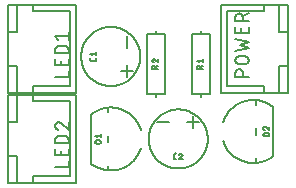
<source format=gbr>
G04 EAGLE Gerber RS-274X export*
G75*
%MOMM*%
%FSLAX34Y34*%
%LPD*%
%INSilkscreen Top*%
%IPPOS*%
%AMOC8*
5,1,8,0,0,1.08239X$1,22.5*%
G01*
%ADD10C,0.203200*%
%ADD11C,0.127000*%
%ADD12C,0.152400*%


D10*
X70250Y133350D02*
X70258Y133964D01*
X70280Y134577D01*
X70318Y135189D01*
X70370Y135800D01*
X70438Y136410D01*
X70521Y137018D01*
X70618Y137624D01*
X70730Y138227D01*
X70857Y138828D01*
X70999Y139425D01*
X71156Y140018D01*
X71326Y140607D01*
X71512Y141192D01*
X71711Y141772D01*
X71925Y142347D01*
X72153Y142917D01*
X72395Y143481D01*
X72650Y144039D01*
X72919Y144590D01*
X73202Y145135D01*
X73498Y145672D01*
X73807Y146203D01*
X74129Y146725D01*
X74463Y147239D01*
X74810Y147745D01*
X75170Y148242D01*
X75541Y148731D01*
X75925Y149210D01*
X76320Y149679D01*
X76726Y150139D01*
X77144Y150589D01*
X77572Y151028D01*
X78011Y151456D01*
X78461Y151874D01*
X78921Y152280D01*
X79390Y152675D01*
X79869Y153059D01*
X80358Y153430D01*
X80855Y153790D01*
X81361Y154137D01*
X81875Y154471D01*
X82397Y154793D01*
X82928Y155102D01*
X83465Y155398D01*
X84010Y155681D01*
X84561Y155950D01*
X85119Y156205D01*
X85683Y156447D01*
X86253Y156675D01*
X86828Y156889D01*
X87408Y157088D01*
X87993Y157274D01*
X88582Y157444D01*
X89175Y157601D01*
X89772Y157743D01*
X90373Y157870D01*
X90976Y157982D01*
X91582Y158079D01*
X92190Y158162D01*
X92800Y158230D01*
X93411Y158282D01*
X94023Y158320D01*
X94636Y158342D01*
X95250Y158350D01*
X95864Y158342D01*
X96477Y158320D01*
X97089Y158282D01*
X97700Y158230D01*
X98310Y158162D01*
X98918Y158079D01*
X99524Y157982D01*
X100127Y157870D01*
X100728Y157743D01*
X101325Y157601D01*
X101918Y157444D01*
X102507Y157274D01*
X103092Y157088D01*
X103672Y156889D01*
X104247Y156675D01*
X104817Y156447D01*
X105381Y156205D01*
X105939Y155950D01*
X106490Y155681D01*
X107035Y155398D01*
X107572Y155102D01*
X108103Y154793D01*
X108625Y154471D01*
X109139Y154137D01*
X109645Y153790D01*
X110142Y153430D01*
X110631Y153059D01*
X111110Y152675D01*
X111579Y152280D01*
X112039Y151874D01*
X112489Y151456D01*
X112928Y151028D01*
X113356Y150589D01*
X113774Y150139D01*
X114180Y149679D01*
X114575Y149210D01*
X114959Y148731D01*
X115330Y148242D01*
X115690Y147745D01*
X116037Y147239D01*
X116371Y146725D01*
X116693Y146203D01*
X117002Y145672D01*
X117298Y145135D01*
X117581Y144590D01*
X117850Y144039D01*
X118105Y143481D01*
X118347Y142917D01*
X118575Y142347D01*
X118789Y141772D01*
X118988Y141192D01*
X119174Y140607D01*
X119344Y140018D01*
X119501Y139425D01*
X119643Y138828D01*
X119770Y138227D01*
X119882Y137624D01*
X119979Y137018D01*
X120062Y136410D01*
X120130Y135800D01*
X120182Y135189D01*
X120220Y134577D01*
X120242Y133964D01*
X120250Y133350D01*
X120242Y132736D01*
X120220Y132123D01*
X120182Y131511D01*
X120130Y130900D01*
X120062Y130290D01*
X119979Y129682D01*
X119882Y129076D01*
X119770Y128473D01*
X119643Y127872D01*
X119501Y127275D01*
X119344Y126682D01*
X119174Y126093D01*
X118988Y125508D01*
X118789Y124928D01*
X118575Y124353D01*
X118347Y123783D01*
X118105Y123219D01*
X117850Y122661D01*
X117581Y122110D01*
X117298Y121565D01*
X117002Y121028D01*
X116693Y120497D01*
X116371Y119975D01*
X116037Y119461D01*
X115690Y118955D01*
X115330Y118458D01*
X114959Y117969D01*
X114575Y117490D01*
X114180Y117021D01*
X113774Y116561D01*
X113356Y116111D01*
X112928Y115672D01*
X112489Y115244D01*
X112039Y114826D01*
X111579Y114420D01*
X111110Y114025D01*
X110631Y113641D01*
X110142Y113270D01*
X109645Y112910D01*
X109139Y112563D01*
X108625Y112229D01*
X108103Y111907D01*
X107572Y111598D01*
X107035Y111302D01*
X106490Y111019D01*
X105939Y110750D01*
X105381Y110495D01*
X104817Y110253D01*
X104247Y110025D01*
X103672Y109811D01*
X103092Y109612D01*
X102507Y109426D01*
X101918Y109256D01*
X101325Y109099D01*
X100728Y108957D01*
X100127Y108830D01*
X99524Y108718D01*
X98918Y108621D01*
X98310Y108538D01*
X97700Y108470D01*
X97089Y108418D01*
X96477Y108380D01*
X95864Y108358D01*
X95250Y108350D01*
X94636Y108358D01*
X94023Y108380D01*
X93411Y108418D01*
X92800Y108470D01*
X92190Y108538D01*
X91582Y108621D01*
X90976Y108718D01*
X90373Y108830D01*
X89772Y108957D01*
X89175Y109099D01*
X88582Y109256D01*
X87993Y109426D01*
X87408Y109612D01*
X86828Y109811D01*
X86253Y110025D01*
X85683Y110253D01*
X85119Y110495D01*
X84561Y110750D01*
X84010Y111019D01*
X83465Y111302D01*
X82928Y111598D01*
X82397Y111907D01*
X81875Y112229D01*
X81361Y112563D01*
X80855Y112910D01*
X80358Y113270D01*
X79869Y113641D01*
X79390Y114025D01*
X78921Y114420D01*
X78461Y114826D01*
X78011Y115244D01*
X77572Y115672D01*
X77144Y116111D01*
X76726Y116561D01*
X76320Y117021D01*
X75925Y117490D01*
X75541Y117969D01*
X75170Y118458D01*
X74810Y118955D01*
X74463Y119461D01*
X74129Y119975D01*
X73807Y120497D01*
X73498Y121028D01*
X73202Y121565D01*
X72919Y122110D01*
X72650Y122661D01*
X72395Y123219D01*
X72153Y123783D01*
X71925Y124353D01*
X71711Y124928D01*
X71512Y125508D01*
X71326Y126093D01*
X71156Y126682D01*
X70999Y127275D01*
X70857Y127872D01*
X70730Y128473D01*
X70618Y129076D01*
X70521Y129682D01*
X70438Y130290D01*
X70370Y130900D01*
X70318Y131511D01*
X70280Y132123D01*
X70258Y132736D01*
X70250Y133350D01*
X109220Y140770D02*
X109220Y150930D01*
X109220Y125930D02*
X109220Y115770D01*
X114300Y120850D02*
X104140Y120850D01*
D11*
X82931Y130782D02*
X82931Y131854D01*
X82931Y130782D02*
X82929Y130717D01*
X82923Y130653D01*
X82913Y130589D01*
X82900Y130525D01*
X82882Y130463D01*
X82861Y130402D01*
X82837Y130342D01*
X82808Y130284D01*
X82776Y130227D01*
X82741Y130173D01*
X82703Y130121D01*
X82661Y130071D01*
X82617Y130024D01*
X82570Y129980D01*
X82520Y129938D01*
X82468Y129900D01*
X82414Y129865D01*
X82357Y129833D01*
X82299Y129804D01*
X82239Y129780D01*
X82178Y129759D01*
X82116Y129741D01*
X82052Y129728D01*
X81988Y129718D01*
X81924Y129712D01*
X81859Y129710D01*
X81859Y129709D02*
X79177Y129709D01*
X79112Y129711D01*
X79048Y129717D01*
X78984Y129727D01*
X78920Y129740D01*
X78858Y129758D01*
X78797Y129779D01*
X78737Y129804D01*
X78678Y129832D01*
X78622Y129864D01*
X78567Y129899D01*
X78515Y129937D01*
X78465Y129979D01*
X78418Y130023D01*
X78374Y130070D01*
X78332Y130120D01*
X78294Y130172D01*
X78259Y130227D01*
X78227Y130283D01*
X78199Y130342D01*
X78174Y130401D01*
X78153Y130463D01*
X78135Y130525D01*
X78122Y130589D01*
X78112Y130653D01*
X78106Y130717D01*
X78104Y130782D01*
X78105Y130782D02*
X78105Y131854D01*
X79177Y134310D02*
X78105Y135650D01*
X82931Y135650D01*
X82931Y134310D02*
X82931Y136991D01*
D10*
X127400Y63500D02*
X127408Y64114D01*
X127430Y64727D01*
X127468Y65339D01*
X127520Y65950D01*
X127588Y66560D01*
X127671Y67168D01*
X127768Y67774D01*
X127880Y68377D01*
X128007Y68978D01*
X128149Y69575D01*
X128306Y70168D01*
X128476Y70757D01*
X128662Y71342D01*
X128861Y71922D01*
X129075Y72497D01*
X129303Y73067D01*
X129545Y73631D01*
X129800Y74189D01*
X130069Y74740D01*
X130352Y75285D01*
X130648Y75822D01*
X130957Y76353D01*
X131279Y76875D01*
X131613Y77389D01*
X131960Y77895D01*
X132320Y78392D01*
X132691Y78881D01*
X133075Y79360D01*
X133470Y79829D01*
X133876Y80289D01*
X134294Y80739D01*
X134722Y81178D01*
X135161Y81606D01*
X135611Y82024D01*
X136071Y82430D01*
X136540Y82825D01*
X137019Y83209D01*
X137508Y83580D01*
X138005Y83940D01*
X138511Y84287D01*
X139025Y84621D01*
X139547Y84943D01*
X140078Y85252D01*
X140615Y85548D01*
X141160Y85831D01*
X141711Y86100D01*
X142269Y86355D01*
X142833Y86597D01*
X143403Y86825D01*
X143978Y87039D01*
X144558Y87238D01*
X145143Y87424D01*
X145732Y87594D01*
X146325Y87751D01*
X146922Y87893D01*
X147523Y88020D01*
X148126Y88132D01*
X148732Y88229D01*
X149340Y88312D01*
X149950Y88380D01*
X150561Y88432D01*
X151173Y88470D01*
X151786Y88492D01*
X152400Y88500D01*
X153014Y88492D01*
X153627Y88470D01*
X154239Y88432D01*
X154850Y88380D01*
X155460Y88312D01*
X156068Y88229D01*
X156674Y88132D01*
X157277Y88020D01*
X157878Y87893D01*
X158475Y87751D01*
X159068Y87594D01*
X159657Y87424D01*
X160242Y87238D01*
X160822Y87039D01*
X161397Y86825D01*
X161967Y86597D01*
X162531Y86355D01*
X163089Y86100D01*
X163640Y85831D01*
X164185Y85548D01*
X164722Y85252D01*
X165253Y84943D01*
X165775Y84621D01*
X166289Y84287D01*
X166795Y83940D01*
X167292Y83580D01*
X167781Y83209D01*
X168260Y82825D01*
X168729Y82430D01*
X169189Y82024D01*
X169639Y81606D01*
X170078Y81178D01*
X170506Y80739D01*
X170924Y80289D01*
X171330Y79829D01*
X171725Y79360D01*
X172109Y78881D01*
X172480Y78392D01*
X172840Y77895D01*
X173187Y77389D01*
X173521Y76875D01*
X173843Y76353D01*
X174152Y75822D01*
X174448Y75285D01*
X174731Y74740D01*
X175000Y74189D01*
X175255Y73631D01*
X175497Y73067D01*
X175725Y72497D01*
X175939Y71922D01*
X176138Y71342D01*
X176324Y70757D01*
X176494Y70168D01*
X176651Y69575D01*
X176793Y68978D01*
X176920Y68377D01*
X177032Y67774D01*
X177129Y67168D01*
X177212Y66560D01*
X177280Y65950D01*
X177332Y65339D01*
X177370Y64727D01*
X177392Y64114D01*
X177400Y63500D01*
X177392Y62886D01*
X177370Y62273D01*
X177332Y61661D01*
X177280Y61050D01*
X177212Y60440D01*
X177129Y59832D01*
X177032Y59226D01*
X176920Y58623D01*
X176793Y58022D01*
X176651Y57425D01*
X176494Y56832D01*
X176324Y56243D01*
X176138Y55658D01*
X175939Y55078D01*
X175725Y54503D01*
X175497Y53933D01*
X175255Y53369D01*
X175000Y52811D01*
X174731Y52260D01*
X174448Y51715D01*
X174152Y51178D01*
X173843Y50647D01*
X173521Y50125D01*
X173187Y49611D01*
X172840Y49105D01*
X172480Y48608D01*
X172109Y48119D01*
X171725Y47640D01*
X171330Y47171D01*
X170924Y46711D01*
X170506Y46261D01*
X170078Y45822D01*
X169639Y45394D01*
X169189Y44976D01*
X168729Y44570D01*
X168260Y44175D01*
X167781Y43791D01*
X167292Y43420D01*
X166795Y43060D01*
X166289Y42713D01*
X165775Y42379D01*
X165253Y42057D01*
X164722Y41748D01*
X164185Y41452D01*
X163640Y41169D01*
X163089Y40900D01*
X162531Y40645D01*
X161967Y40403D01*
X161397Y40175D01*
X160822Y39961D01*
X160242Y39762D01*
X159657Y39576D01*
X159068Y39406D01*
X158475Y39249D01*
X157878Y39107D01*
X157277Y38980D01*
X156674Y38868D01*
X156068Y38771D01*
X155460Y38688D01*
X154850Y38620D01*
X154239Y38568D01*
X153627Y38530D01*
X153014Y38508D01*
X152400Y38500D01*
X151786Y38508D01*
X151173Y38530D01*
X150561Y38568D01*
X149950Y38620D01*
X149340Y38688D01*
X148732Y38771D01*
X148126Y38868D01*
X147523Y38980D01*
X146922Y39107D01*
X146325Y39249D01*
X145732Y39406D01*
X145143Y39576D01*
X144558Y39762D01*
X143978Y39961D01*
X143403Y40175D01*
X142833Y40403D01*
X142269Y40645D01*
X141711Y40900D01*
X141160Y41169D01*
X140615Y41452D01*
X140078Y41748D01*
X139547Y42057D01*
X139025Y42379D01*
X138511Y42713D01*
X138005Y43060D01*
X137508Y43420D01*
X137019Y43791D01*
X136540Y44175D01*
X136071Y44570D01*
X135611Y44976D01*
X135161Y45394D01*
X134722Y45822D01*
X134294Y46261D01*
X133876Y46711D01*
X133470Y47171D01*
X133075Y47640D01*
X132691Y48119D01*
X132320Y48608D01*
X131960Y49105D01*
X131613Y49611D01*
X131279Y50125D01*
X130957Y50647D01*
X130648Y51178D01*
X130352Y51715D01*
X130069Y52260D01*
X129800Y52811D01*
X129545Y53369D01*
X129303Y53933D01*
X129075Y54503D01*
X128861Y55078D01*
X128662Y55658D01*
X128476Y56243D01*
X128306Y56832D01*
X128149Y57425D01*
X128007Y58022D01*
X127880Y58623D01*
X127768Y59226D01*
X127671Y59832D01*
X127588Y60440D01*
X127520Y61050D01*
X127468Y61661D01*
X127430Y62273D01*
X127408Y62886D01*
X127400Y63500D01*
X134820Y77470D02*
X144980Y77470D01*
X159820Y77470D02*
X169980Y77470D01*
X164900Y82550D02*
X164900Y72390D01*
D11*
X150904Y46355D02*
X149832Y46355D01*
X149767Y46357D01*
X149703Y46363D01*
X149639Y46373D01*
X149575Y46386D01*
X149513Y46404D01*
X149452Y46425D01*
X149392Y46449D01*
X149334Y46478D01*
X149277Y46510D01*
X149223Y46545D01*
X149171Y46583D01*
X149121Y46625D01*
X149074Y46669D01*
X149030Y46716D01*
X148988Y46766D01*
X148950Y46818D01*
X148915Y46872D01*
X148883Y46929D01*
X148854Y46987D01*
X148830Y47047D01*
X148809Y47108D01*
X148791Y47170D01*
X148778Y47234D01*
X148768Y47298D01*
X148762Y47362D01*
X148760Y47427D01*
X148759Y47427D02*
X148759Y50109D01*
X148760Y50109D02*
X148762Y50174D01*
X148768Y50238D01*
X148778Y50302D01*
X148791Y50366D01*
X148809Y50428D01*
X148830Y50489D01*
X148854Y50549D01*
X148883Y50607D01*
X148915Y50664D01*
X148950Y50718D01*
X148988Y50770D01*
X149030Y50820D01*
X149074Y50867D01*
X149121Y50911D01*
X149171Y50953D01*
X149223Y50991D01*
X149277Y51026D01*
X149334Y51058D01*
X149392Y51087D01*
X149452Y51111D01*
X149513Y51132D01*
X149575Y51150D01*
X149639Y51163D01*
X149703Y51173D01*
X149767Y51179D01*
X149832Y51181D01*
X150904Y51181D01*
X154834Y51181D02*
X154902Y51179D01*
X154969Y51173D01*
X155036Y51164D01*
X155103Y51151D01*
X155168Y51134D01*
X155233Y51113D01*
X155296Y51089D01*
X155358Y51061D01*
X155418Y51030D01*
X155476Y50996D01*
X155532Y50958D01*
X155587Y50918D01*
X155638Y50874D01*
X155687Y50827D01*
X155734Y50778D01*
X155778Y50727D01*
X155818Y50672D01*
X155856Y50616D01*
X155890Y50558D01*
X155921Y50498D01*
X155949Y50436D01*
X155973Y50373D01*
X155994Y50308D01*
X156011Y50243D01*
X156024Y50176D01*
X156033Y50109D01*
X156039Y50042D01*
X156041Y49974D01*
X154834Y51181D02*
X154756Y51179D01*
X154678Y51173D01*
X154601Y51163D01*
X154524Y51150D01*
X154448Y51132D01*
X154373Y51111D01*
X154299Y51086D01*
X154227Y51057D01*
X154156Y51025D01*
X154087Y50989D01*
X154019Y50950D01*
X153954Y50907D01*
X153891Y50861D01*
X153830Y50812D01*
X153772Y50760D01*
X153717Y50705D01*
X153664Y50648D01*
X153615Y50588D01*
X153568Y50525D01*
X153525Y50461D01*
X153485Y50394D01*
X153448Y50325D01*
X153415Y50254D01*
X153385Y50182D01*
X153359Y50109D01*
X155639Y49036D02*
X155688Y49085D01*
X155735Y49137D01*
X155778Y49192D01*
X155819Y49249D01*
X155857Y49308D01*
X155891Y49369D01*
X155922Y49432D01*
X155950Y49496D01*
X155974Y49562D01*
X155994Y49628D01*
X156011Y49696D01*
X156024Y49765D01*
X156033Y49834D01*
X156039Y49904D01*
X156041Y49974D01*
X155639Y49036D02*
X153360Y46355D01*
X156041Y46355D01*
D10*
X120735Y71363D02*
X120537Y71978D01*
X120324Y72589D01*
X120096Y73194D01*
X119854Y73793D01*
X119597Y74386D01*
X119326Y74973D01*
X119041Y75553D01*
X118742Y76126D01*
X118429Y76692D01*
X118102Y77250D01*
X117763Y77799D01*
X117409Y78341D01*
X117043Y78874D01*
X116664Y79397D01*
X116273Y79912D01*
X115869Y80416D01*
X115453Y80911D01*
X115025Y81395D01*
X114585Y81869D01*
X114134Y82333D01*
X113672Y82785D01*
X113200Y83226D01*
X112716Y83655D01*
X112223Y84072D01*
X111719Y84478D01*
X111206Y84871D01*
X110683Y85251D01*
X110152Y85619D01*
X109611Y85973D01*
X109062Y86315D01*
X108505Y86643D01*
X107940Y86957D01*
X107368Y87258D01*
X106789Y87545D01*
X106203Y87817D01*
X105610Y88075D01*
X105012Y88319D01*
X104407Y88549D01*
X103797Y88763D01*
X103183Y88963D01*
X102563Y89148D01*
X101939Y89317D01*
X101312Y89472D01*
X100681Y89611D01*
X100046Y89735D01*
X99409Y89844D01*
X98769Y89937D01*
X98127Y90014D01*
X97484Y90076D01*
X96839Y90123D01*
X96194Y90153D01*
X95547Y90168D01*
X94901Y90168D01*
X94255Y90151D01*
X93609Y90119D01*
X92964Y90072D01*
X92321Y90009D01*
X91680Y89930D01*
X91040Y89836D01*
X90403Y89726D01*
X89769Y89601D01*
X89138Y89460D01*
X88511Y89304D01*
X87887Y89134D01*
X87268Y88948D01*
X86654Y88747D01*
X86044Y88531D01*
X85440Y88300D01*
X84842Y88055D01*
X84250Y87796D01*
X83665Y87522D01*
X83086Y87234D01*
X82514Y86933D01*
X81950Y86617D01*
X81394Y86288D01*
X80845Y85945D01*
X80306Y85590D01*
X79775Y85221D01*
X79253Y84840D01*
X78740Y84446D01*
X78740Y42555D02*
X79252Y42161D01*
X79774Y41779D01*
X80305Y41411D01*
X80845Y41055D01*
X81393Y40712D01*
X81950Y40383D01*
X82514Y40068D01*
X83085Y39766D01*
X83664Y39478D01*
X84250Y39204D01*
X84842Y38945D01*
X85440Y38700D01*
X86044Y38469D01*
X86653Y38254D01*
X87268Y38053D01*
X87887Y37867D01*
X88510Y37696D01*
X89137Y37540D01*
X89768Y37399D01*
X90403Y37274D01*
X91040Y37164D01*
X91679Y37070D01*
X92321Y36991D01*
X92964Y36928D01*
X93609Y36881D01*
X94254Y36849D01*
X94901Y36832D01*
X95547Y36832D01*
X96193Y36847D01*
X96839Y36877D01*
X97484Y36924D01*
X98127Y36986D01*
X98769Y37063D01*
X99409Y37156D01*
X100046Y37265D01*
X100680Y37389D01*
X101311Y37528D01*
X101939Y37682D01*
X102563Y37852D01*
X103182Y38037D01*
X103797Y38237D01*
X104407Y38451D01*
X105011Y38681D01*
X105610Y38924D01*
X106202Y39183D01*
X106789Y39455D01*
X107368Y39742D01*
X107940Y40043D01*
X108505Y40357D01*
X109062Y40685D01*
X109611Y41027D01*
X110151Y41381D01*
X110683Y41749D01*
X111206Y42129D01*
X111719Y42522D01*
X112222Y42928D01*
X112716Y43345D01*
X113199Y43774D01*
X113672Y44215D01*
X114134Y44667D01*
X114585Y45130D01*
X115025Y45604D01*
X115452Y46089D01*
X115868Y46584D01*
X116272Y47088D01*
X116664Y47603D01*
X117043Y48126D01*
X117409Y48659D01*
X117762Y49200D01*
X118102Y49750D01*
X118429Y50308D01*
X118742Y50874D01*
X119041Y51447D01*
X119326Y52027D01*
X119597Y52614D01*
X119854Y53207D01*
X120096Y53806D01*
X120324Y54411D01*
X120536Y55022D01*
X120735Y55637D01*
X78740Y42555D02*
X78740Y84445D01*
X92710Y86037D02*
X92710Y90049D01*
X92710Y66363D02*
X92710Y60637D01*
X92710Y40963D02*
X92710Y36951D01*
D11*
X85654Y59613D02*
X83510Y59613D01*
X83439Y59615D01*
X83367Y59621D01*
X83297Y59630D01*
X83227Y59643D01*
X83157Y59660D01*
X83089Y59681D01*
X83022Y59705D01*
X82956Y59733D01*
X82892Y59764D01*
X82829Y59799D01*
X82769Y59837D01*
X82710Y59878D01*
X82654Y59922D01*
X82600Y59969D01*
X82549Y60018D01*
X82501Y60071D01*
X82455Y60126D01*
X82413Y60183D01*
X82373Y60243D01*
X82337Y60304D01*
X82304Y60368D01*
X82275Y60433D01*
X82249Y60499D01*
X82226Y60567D01*
X82207Y60636D01*
X82192Y60706D01*
X82181Y60776D01*
X82173Y60847D01*
X82169Y60918D01*
X82169Y60990D01*
X82173Y61061D01*
X82181Y61132D01*
X82192Y61202D01*
X82207Y61272D01*
X82226Y61341D01*
X82249Y61409D01*
X82275Y61475D01*
X82304Y61540D01*
X82337Y61604D01*
X82373Y61665D01*
X82413Y61725D01*
X82455Y61782D01*
X82501Y61837D01*
X82549Y61890D01*
X82600Y61939D01*
X82654Y61986D01*
X82710Y62030D01*
X82769Y62071D01*
X82829Y62109D01*
X82892Y62144D01*
X82956Y62175D01*
X83022Y62203D01*
X83089Y62227D01*
X83157Y62248D01*
X83227Y62265D01*
X83297Y62278D01*
X83367Y62287D01*
X83439Y62293D01*
X83510Y62295D01*
X83510Y62294D02*
X85654Y62294D01*
X85654Y62295D02*
X85725Y62293D01*
X85797Y62287D01*
X85867Y62278D01*
X85937Y62265D01*
X86007Y62248D01*
X86075Y62227D01*
X86142Y62203D01*
X86208Y62175D01*
X86272Y62144D01*
X86335Y62109D01*
X86395Y62071D01*
X86454Y62030D01*
X86510Y61986D01*
X86564Y61939D01*
X86615Y61890D01*
X86663Y61837D01*
X86709Y61782D01*
X86751Y61725D01*
X86791Y61665D01*
X86827Y61604D01*
X86860Y61540D01*
X86889Y61475D01*
X86915Y61409D01*
X86938Y61341D01*
X86957Y61272D01*
X86972Y61202D01*
X86983Y61132D01*
X86991Y61061D01*
X86995Y60990D01*
X86995Y60918D01*
X86991Y60847D01*
X86983Y60776D01*
X86972Y60706D01*
X86957Y60636D01*
X86938Y60567D01*
X86915Y60499D01*
X86889Y60433D01*
X86860Y60368D01*
X86827Y60304D01*
X86791Y60243D01*
X86751Y60183D01*
X86709Y60126D01*
X86663Y60071D01*
X86615Y60018D01*
X86564Y59969D01*
X86510Y59922D01*
X86454Y59878D01*
X86395Y59837D01*
X86335Y59799D01*
X86272Y59764D01*
X86208Y59733D01*
X86142Y59705D01*
X86075Y59681D01*
X86007Y59660D01*
X85937Y59643D01*
X85867Y59630D01*
X85797Y59621D01*
X85725Y59615D01*
X85654Y59613D01*
X85923Y61758D02*
X86995Y62831D01*
X83241Y64706D02*
X82169Y66046D01*
X86995Y66046D01*
X86995Y64706D02*
X86995Y67387D01*
D10*
X190415Y61987D02*
X190613Y61372D01*
X190826Y60761D01*
X191054Y60156D01*
X191296Y59557D01*
X191553Y58964D01*
X191824Y58377D01*
X192109Y57797D01*
X192408Y57224D01*
X192721Y56658D01*
X193048Y56100D01*
X193387Y55551D01*
X193741Y55009D01*
X194107Y54476D01*
X194486Y53953D01*
X194877Y53438D01*
X195281Y52934D01*
X195697Y52439D01*
X196125Y51955D01*
X196565Y51481D01*
X197016Y51017D01*
X197478Y50565D01*
X197950Y50124D01*
X198434Y49695D01*
X198927Y49278D01*
X199431Y48872D01*
X199944Y48479D01*
X200467Y48099D01*
X200998Y47731D01*
X201539Y47377D01*
X202088Y47035D01*
X202645Y46707D01*
X203210Y46393D01*
X203782Y46092D01*
X204361Y45805D01*
X204947Y45533D01*
X205540Y45275D01*
X206138Y45031D01*
X206743Y44801D01*
X207353Y44587D01*
X207967Y44387D01*
X208587Y44202D01*
X209211Y44033D01*
X209838Y43878D01*
X210469Y43739D01*
X211104Y43615D01*
X211741Y43506D01*
X212381Y43413D01*
X213023Y43336D01*
X213666Y43274D01*
X214311Y43227D01*
X214956Y43197D01*
X215603Y43182D01*
X216249Y43182D01*
X216895Y43199D01*
X217541Y43231D01*
X218186Y43278D01*
X218829Y43341D01*
X219470Y43420D01*
X220110Y43514D01*
X220747Y43624D01*
X221381Y43749D01*
X222012Y43890D01*
X222639Y44046D01*
X223263Y44216D01*
X223882Y44402D01*
X224496Y44603D01*
X225106Y44819D01*
X225710Y45050D01*
X226308Y45295D01*
X226900Y45554D01*
X227485Y45828D01*
X228064Y46116D01*
X228636Y46417D01*
X229200Y46733D01*
X229756Y47062D01*
X230305Y47405D01*
X230844Y47760D01*
X231375Y48129D01*
X231897Y48510D01*
X232410Y48904D01*
X232410Y90795D02*
X231898Y91189D01*
X231376Y91571D01*
X230845Y91939D01*
X230305Y92295D01*
X229757Y92638D01*
X229200Y92967D01*
X228636Y93282D01*
X228065Y93584D01*
X227486Y93872D01*
X226900Y94146D01*
X226308Y94405D01*
X225710Y94650D01*
X225106Y94881D01*
X224497Y95096D01*
X223882Y95297D01*
X223263Y95483D01*
X222640Y95654D01*
X222013Y95810D01*
X221382Y95951D01*
X220747Y96076D01*
X220110Y96186D01*
X219471Y96280D01*
X218829Y96359D01*
X218186Y96422D01*
X217541Y96469D01*
X216896Y96501D01*
X216249Y96518D01*
X215603Y96518D01*
X214957Y96503D01*
X214311Y96473D01*
X213666Y96426D01*
X213023Y96364D01*
X212381Y96287D01*
X211741Y96194D01*
X211104Y96085D01*
X210470Y95961D01*
X209839Y95822D01*
X209211Y95668D01*
X208587Y95498D01*
X207968Y95313D01*
X207353Y95113D01*
X206743Y94899D01*
X206139Y94669D01*
X205540Y94426D01*
X204948Y94167D01*
X204361Y93895D01*
X203782Y93608D01*
X203210Y93307D01*
X202645Y92993D01*
X202088Y92665D01*
X201539Y92323D01*
X200999Y91969D01*
X200467Y91601D01*
X199944Y91221D01*
X199431Y90828D01*
X198928Y90422D01*
X198434Y90005D01*
X197951Y89576D01*
X197478Y89135D01*
X197016Y88683D01*
X196565Y88220D01*
X196125Y87746D01*
X195698Y87261D01*
X195282Y86766D01*
X194878Y86262D01*
X194486Y85747D01*
X194107Y85224D01*
X193741Y84691D01*
X193388Y84150D01*
X193048Y83600D01*
X192721Y83042D01*
X192408Y82476D01*
X192109Y81903D01*
X191824Y81323D01*
X191553Y80736D01*
X191296Y80143D01*
X191054Y79544D01*
X190826Y78939D01*
X190614Y78328D01*
X190415Y77713D01*
X232410Y90795D02*
X232410Y48905D01*
X218440Y47313D02*
X218440Y43301D01*
X218440Y66987D02*
X218440Y72713D01*
X218440Y92387D02*
X218440Y96399D01*
D11*
X225750Y65963D02*
X227894Y65963D01*
X225750Y65963D02*
X225679Y65965D01*
X225607Y65971D01*
X225537Y65980D01*
X225467Y65993D01*
X225397Y66010D01*
X225329Y66031D01*
X225262Y66055D01*
X225196Y66083D01*
X225132Y66114D01*
X225069Y66149D01*
X225009Y66187D01*
X224950Y66228D01*
X224894Y66272D01*
X224840Y66319D01*
X224789Y66368D01*
X224741Y66421D01*
X224695Y66476D01*
X224653Y66533D01*
X224613Y66593D01*
X224577Y66654D01*
X224544Y66718D01*
X224515Y66783D01*
X224489Y66849D01*
X224466Y66917D01*
X224447Y66986D01*
X224432Y67056D01*
X224421Y67126D01*
X224413Y67197D01*
X224409Y67268D01*
X224409Y67340D01*
X224413Y67411D01*
X224421Y67482D01*
X224432Y67552D01*
X224447Y67622D01*
X224466Y67691D01*
X224489Y67759D01*
X224515Y67825D01*
X224544Y67890D01*
X224577Y67954D01*
X224613Y68015D01*
X224653Y68075D01*
X224695Y68132D01*
X224741Y68187D01*
X224789Y68240D01*
X224840Y68289D01*
X224894Y68336D01*
X224950Y68380D01*
X225009Y68421D01*
X225069Y68459D01*
X225132Y68494D01*
X225196Y68525D01*
X225262Y68553D01*
X225329Y68577D01*
X225397Y68598D01*
X225467Y68615D01*
X225537Y68628D01*
X225607Y68637D01*
X225679Y68643D01*
X225750Y68645D01*
X225750Y68644D02*
X227894Y68644D01*
X227894Y68645D02*
X227965Y68643D01*
X228037Y68637D01*
X228107Y68628D01*
X228177Y68615D01*
X228247Y68598D01*
X228315Y68577D01*
X228382Y68553D01*
X228448Y68525D01*
X228512Y68494D01*
X228575Y68459D01*
X228635Y68421D01*
X228694Y68380D01*
X228750Y68336D01*
X228804Y68289D01*
X228855Y68240D01*
X228903Y68187D01*
X228949Y68132D01*
X228991Y68075D01*
X229031Y68015D01*
X229067Y67954D01*
X229100Y67890D01*
X229129Y67825D01*
X229155Y67759D01*
X229178Y67691D01*
X229197Y67622D01*
X229212Y67552D01*
X229223Y67482D01*
X229231Y67411D01*
X229235Y67340D01*
X229235Y67268D01*
X229231Y67197D01*
X229223Y67126D01*
X229212Y67056D01*
X229197Y66986D01*
X229178Y66917D01*
X229155Y66849D01*
X229129Y66783D01*
X229100Y66718D01*
X229067Y66654D01*
X229031Y66593D01*
X228991Y66533D01*
X228949Y66476D01*
X228903Y66421D01*
X228855Y66368D01*
X228804Y66319D01*
X228750Y66272D01*
X228694Y66228D01*
X228635Y66187D01*
X228575Y66149D01*
X228512Y66114D01*
X228448Y66083D01*
X228382Y66055D01*
X228315Y66031D01*
X228247Y66010D01*
X228177Y65993D01*
X228107Y65980D01*
X228037Y65971D01*
X227965Y65965D01*
X227894Y65963D01*
X228163Y68108D02*
X229235Y69181D01*
X225616Y73737D02*
X225548Y73735D01*
X225481Y73729D01*
X225414Y73720D01*
X225347Y73707D01*
X225282Y73690D01*
X225217Y73669D01*
X225154Y73645D01*
X225092Y73617D01*
X225032Y73586D01*
X224974Y73552D01*
X224918Y73514D01*
X224863Y73474D01*
X224812Y73430D01*
X224763Y73383D01*
X224716Y73334D01*
X224672Y73283D01*
X224632Y73228D01*
X224594Y73172D01*
X224560Y73114D01*
X224529Y73054D01*
X224501Y72992D01*
X224477Y72929D01*
X224456Y72864D01*
X224439Y72799D01*
X224426Y72732D01*
X224417Y72665D01*
X224411Y72598D01*
X224409Y72530D01*
X224411Y72452D01*
X224417Y72374D01*
X224427Y72297D01*
X224440Y72220D01*
X224458Y72144D01*
X224479Y72069D01*
X224504Y71995D01*
X224533Y71923D01*
X224565Y71852D01*
X224601Y71783D01*
X224640Y71715D01*
X224683Y71650D01*
X224729Y71587D01*
X224778Y71526D01*
X224830Y71468D01*
X224885Y71413D01*
X224942Y71360D01*
X225002Y71311D01*
X225065Y71264D01*
X225130Y71221D01*
X225196Y71181D01*
X225265Y71144D01*
X225336Y71111D01*
X225408Y71081D01*
X225482Y71055D01*
X226554Y73335D02*
X226505Y73384D01*
X226453Y73431D01*
X226398Y73474D01*
X226341Y73515D01*
X226282Y73553D01*
X226221Y73587D01*
X226158Y73618D01*
X226094Y73646D01*
X226028Y73670D01*
X225962Y73690D01*
X225894Y73707D01*
X225825Y73720D01*
X225756Y73729D01*
X225686Y73735D01*
X225616Y73737D01*
X226554Y73335D02*
X229235Y71056D01*
X229235Y73737D01*
D10*
X163830Y101600D02*
X163830Y152400D01*
X171450Y152400D01*
X179070Y152400D01*
X179070Y101600D01*
X171450Y101600D01*
X163830Y101600D01*
X171450Y152400D02*
X171450Y154940D01*
X171450Y101600D02*
X171450Y99060D01*
D11*
X173355Y122948D02*
X168529Y122948D01*
X168529Y124289D01*
X168531Y124360D01*
X168537Y124432D01*
X168546Y124502D01*
X168559Y124572D01*
X168576Y124642D01*
X168597Y124710D01*
X168621Y124777D01*
X168649Y124843D01*
X168680Y124907D01*
X168715Y124970D01*
X168753Y125030D01*
X168794Y125089D01*
X168838Y125145D01*
X168885Y125199D01*
X168934Y125250D01*
X168987Y125298D01*
X169042Y125344D01*
X169099Y125386D01*
X169159Y125426D01*
X169220Y125462D01*
X169284Y125495D01*
X169349Y125524D01*
X169415Y125550D01*
X169483Y125573D01*
X169552Y125592D01*
X169622Y125607D01*
X169692Y125618D01*
X169763Y125626D01*
X169834Y125630D01*
X169906Y125630D01*
X169977Y125626D01*
X170048Y125618D01*
X170118Y125607D01*
X170188Y125592D01*
X170257Y125573D01*
X170325Y125550D01*
X170391Y125524D01*
X170456Y125495D01*
X170520Y125462D01*
X170581Y125426D01*
X170641Y125386D01*
X170698Y125344D01*
X170753Y125298D01*
X170806Y125250D01*
X170855Y125199D01*
X170902Y125145D01*
X170946Y125089D01*
X170987Y125030D01*
X171025Y124970D01*
X171060Y124907D01*
X171091Y124843D01*
X171119Y124777D01*
X171143Y124710D01*
X171164Y124642D01*
X171181Y124572D01*
X171194Y124502D01*
X171203Y124432D01*
X171209Y124360D01*
X171211Y124289D01*
X171210Y124289D02*
X171210Y122948D01*
X171210Y124557D02*
X173355Y125629D01*
X169601Y128371D02*
X168529Y129711D01*
X173355Y129711D01*
X173355Y128371D02*
X173355Y131052D01*
D10*
X125730Y152400D02*
X125730Y101600D01*
X125730Y152400D02*
X133350Y152400D01*
X140970Y152400D01*
X140970Y101600D01*
X133350Y101600D01*
X125730Y101600D01*
X133350Y152400D02*
X133350Y154940D01*
X133350Y101600D02*
X133350Y99060D01*
D11*
X135255Y122948D02*
X130429Y122948D01*
X130429Y124289D01*
X130431Y124360D01*
X130437Y124432D01*
X130446Y124502D01*
X130459Y124572D01*
X130476Y124642D01*
X130497Y124710D01*
X130521Y124777D01*
X130549Y124843D01*
X130580Y124907D01*
X130615Y124970D01*
X130653Y125030D01*
X130694Y125089D01*
X130738Y125145D01*
X130785Y125199D01*
X130834Y125250D01*
X130887Y125298D01*
X130942Y125344D01*
X130999Y125386D01*
X131059Y125426D01*
X131120Y125462D01*
X131184Y125495D01*
X131249Y125524D01*
X131315Y125550D01*
X131383Y125573D01*
X131452Y125592D01*
X131522Y125607D01*
X131592Y125618D01*
X131663Y125626D01*
X131734Y125630D01*
X131806Y125630D01*
X131877Y125626D01*
X131948Y125618D01*
X132018Y125607D01*
X132088Y125592D01*
X132157Y125573D01*
X132225Y125550D01*
X132291Y125524D01*
X132356Y125495D01*
X132420Y125462D01*
X132481Y125426D01*
X132541Y125386D01*
X132598Y125344D01*
X132653Y125298D01*
X132706Y125250D01*
X132755Y125199D01*
X132802Y125145D01*
X132846Y125089D01*
X132887Y125030D01*
X132925Y124970D01*
X132960Y124907D01*
X132991Y124843D01*
X133019Y124777D01*
X133043Y124710D01*
X133064Y124642D01*
X133081Y124572D01*
X133094Y124502D01*
X133103Y124432D01*
X133109Y124360D01*
X133111Y124289D01*
X133110Y124289D02*
X133110Y122948D01*
X133110Y124557D02*
X135255Y125629D01*
X130429Y129845D02*
X130431Y129913D01*
X130437Y129980D01*
X130446Y130047D01*
X130459Y130114D01*
X130476Y130179D01*
X130497Y130244D01*
X130521Y130307D01*
X130549Y130369D01*
X130580Y130429D01*
X130614Y130487D01*
X130652Y130543D01*
X130692Y130598D01*
X130736Y130649D01*
X130783Y130698D01*
X130832Y130745D01*
X130883Y130789D01*
X130938Y130829D01*
X130994Y130867D01*
X131052Y130901D01*
X131112Y130932D01*
X131174Y130960D01*
X131237Y130984D01*
X131302Y131005D01*
X131367Y131022D01*
X131434Y131035D01*
X131501Y131044D01*
X131568Y131050D01*
X131636Y131052D01*
X130429Y129845D02*
X130431Y129767D01*
X130437Y129689D01*
X130447Y129612D01*
X130460Y129535D01*
X130478Y129459D01*
X130499Y129384D01*
X130524Y129310D01*
X130553Y129238D01*
X130585Y129167D01*
X130621Y129098D01*
X130660Y129030D01*
X130703Y128965D01*
X130749Y128902D01*
X130798Y128841D01*
X130850Y128783D01*
X130905Y128728D01*
X130962Y128675D01*
X131022Y128626D01*
X131085Y128579D01*
X131150Y128536D01*
X131216Y128496D01*
X131285Y128459D01*
X131356Y128426D01*
X131428Y128396D01*
X131502Y128370D01*
X132574Y130650D02*
X132525Y130699D01*
X132473Y130746D01*
X132418Y130789D01*
X132361Y130830D01*
X132302Y130868D01*
X132241Y130902D01*
X132178Y130933D01*
X132114Y130961D01*
X132048Y130985D01*
X131982Y131005D01*
X131914Y131022D01*
X131845Y131035D01*
X131776Y131044D01*
X131706Y131050D01*
X131636Y131052D01*
X132574Y130650D02*
X135255Y128371D01*
X135255Y131052D01*
D12*
X16250Y102700D02*
X8250Y102700D01*
X16250Y102700D02*
X29250Y102700D01*
X65750Y102700D01*
X8250Y102700D02*
X8250Y125000D01*
X8250Y154400D01*
X8250Y176700D01*
X65750Y176700D02*
X65750Y102700D01*
X16250Y176700D02*
X8250Y176700D01*
X16250Y176700D02*
X29250Y176700D01*
X65750Y176700D01*
X29250Y107950D02*
X29250Y102700D01*
X29250Y107950D02*
X60500Y107950D01*
X60500Y171450D01*
X29250Y171450D01*
X29250Y176700D01*
X16250Y125000D02*
X16250Y102700D01*
X16250Y125000D02*
X8250Y125000D01*
X8250Y154400D02*
X16250Y154400D01*
X16250Y176700D01*
D11*
X48185Y116035D02*
X59615Y116035D01*
X59615Y121115D01*
X59615Y125941D02*
X59615Y131021D01*
X59615Y125941D02*
X48185Y125941D01*
X48185Y131021D01*
X53265Y129751D02*
X53265Y125941D01*
X48185Y135822D02*
X59615Y135822D01*
X48185Y135822D02*
X48185Y138997D01*
X48187Y139108D01*
X48193Y139218D01*
X48202Y139329D01*
X48216Y139439D01*
X48233Y139548D01*
X48254Y139657D01*
X48279Y139765D01*
X48308Y139872D01*
X48340Y139978D01*
X48376Y140083D01*
X48416Y140186D01*
X48459Y140288D01*
X48506Y140389D01*
X48557Y140488D01*
X48610Y140585D01*
X48667Y140679D01*
X48728Y140772D01*
X48791Y140863D01*
X48858Y140952D01*
X48928Y141038D01*
X49001Y141121D01*
X49076Y141203D01*
X49154Y141281D01*
X49236Y141356D01*
X49319Y141429D01*
X49405Y141499D01*
X49494Y141566D01*
X49585Y141629D01*
X49678Y141690D01*
X49773Y141747D01*
X49869Y141800D01*
X49968Y141851D01*
X50069Y141898D01*
X50171Y141941D01*
X50274Y141981D01*
X50379Y142017D01*
X50485Y142049D01*
X50592Y142078D01*
X50700Y142103D01*
X50809Y142124D01*
X50918Y142141D01*
X51028Y142155D01*
X51139Y142164D01*
X51249Y142170D01*
X51360Y142172D01*
X56440Y142172D01*
X56551Y142170D01*
X56661Y142164D01*
X56772Y142155D01*
X56882Y142141D01*
X56991Y142124D01*
X57100Y142103D01*
X57208Y142078D01*
X57315Y142049D01*
X57421Y142017D01*
X57526Y141981D01*
X57629Y141941D01*
X57731Y141898D01*
X57832Y141851D01*
X57931Y141800D01*
X58028Y141747D01*
X58122Y141690D01*
X58215Y141629D01*
X58306Y141566D01*
X58395Y141499D01*
X58481Y141429D01*
X58564Y141356D01*
X58646Y141281D01*
X58724Y141203D01*
X58799Y141121D01*
X58872Y141038D01*
X58942Y140952D01*
X59009Y140863D01*
X59072Y140772D01*
X59133Y140679D01*
X59190Y140585D01*
X59243Y140488D01*
X59294Y140389D01*
X59341Y140288D01*
X59384Y140186D01*
X59424Y140083D01*
X59460Y139978D01*
X59492Y139872D01*
X59521Y139765D01*
X59546Y139657D01*
X59567Y139548D01*
X59584Y139439D01*
X59598Y139329D01*
X59607Y139218D01*
X59613Y139108D01*
X59615Y138997D01*
X59615Y135822D01*
X50725Y147633D02*
X48185Y150808D01*
X59615Y150808D01*
X59615Y147633D02*
X59615Y153983D01*
D12*
X16250Y26500D02*
X8250Y26500D01*
X16250Y26500D02*
X29250Y26500D01*
X65750Y26500D01*
X8250Y26500D02*
X8250Y48800D01*
X8250Y78200D01*
X8250Y100500D01*
X65750Y100500D02*
X65750Y26500D01*
X16250Y100500D02*
X8250Y100500D01*
X16250Y100500D02*
X29250Y100500D01*
X65750Y100500D01*
X29250Y31750D02*
X29250Y26500D01*
X29250Y31750D02*
X60500Y31750D01*
X60500Y95250D01*
X29250Y95250D01*
X29250Y100500D01*
X16250Y48800D02*
X16250Y26500D01*
X16250Y48800D02*
X8250Y48800D01*
X8250Y78200D02*
X16250Y78200D01*
X16250Y100500D01*
D11*
X48185Y39835D02*
X59615Y39835D01*
X59615Y44915D01*
X59615Y49741D02*
X59615Y54821D01*
X59615Y49741D02*
X48185Y49741D01*
X48185Y54821D01*
X53265Y53551D02*
X53265Y49741D01*
X48185Y59622D02*
X59615Y59622D01*
X48185Y59622D02*
X48185Y62797D01*
X48187Y62908D01*
X48193Y63018D01*
X48202Y63129D01*
X48216Y63239D01*
X48233Y63348D01*
X48254Y63457D01*
X48279Y63565D01*
X48308Y63672D01*
X48340Y63778D01*
X48376Y63883D01*
X48416Y63986D01*
X48459Y64088D01*
X48506Y64189D01*
X48557Y64288D01*
X48610Y64384D01*
X48667Y64479D01*
X48728Y64572D01*
X48791Y64663D01*
X48858Y64752D01*
X48928Y64838D01*
X49001Y64921D01*
X49076Y65003D01*
X49154Y65081D01*
X49236Y65156D01*
X49319Y65229D01*
X49405Y65299D01*
X49494Y65366D01*
X49585Y65429D01*
X49678Y65490D01*
X49773Y65547D01*
X49869Y65600D01*
X49968Y65651D01*
X50069Y65698D01*
X50171Y65741D01*
X50274Y65781D01*
X50379Y65817D01*
X50485Y65849D01*
X50592Y65878D01*
X50700Y65903D01*
X50809Y65924D01*
X50918Y65941D01*
X51028Y65955D01*
X51139Y65964D01*
X51249Y65970D01*
X51360Y65972D01*
X56440Y65972D01*
X56551Y65970D01*
X56661Y65964D01*
X56772Y65955D01*
X56882Y65941D01*
X56991Y65924D01*
X57100Y65903D01*
X57208Y65878D01*
X57315Y65849D01*
X57421Y65817D01*
X57526Y65781D01*
X57629Y65741D01*
X57731Y65698D01*
X57832Y65651D01*
X57931Y65600D01*
X58028Y65547D01*
X58122Y65490D01*
X58215Y65429D01*
X58306Y65366D01*
X58395Y65299D01*
X58481Y65229D01*
X58564Y65156D01*
X58646Y65081D01*
X58724Y65003D01*
X58799Y64921D01*
X58872Y64838D01*
X58942Y64752D01*
X59009Y64663D01*
X59072Y64572D01*
X59133Y64479D01*
X59190Y64385D01*
X59243Y64288D01*
X59294Y64189D01*
X59341Y64088D01*
X59384Y63986D01*
X59424Y63883D01*
X59460Y63778D01*
X59492Y63672D01*
X59521Y63565D01*
X59546Y63457D01*
X59567Y63348D01*
X59584Y63239D01*
X59598Y63129D01*
X59607Y63018D01*
X59613Y62908D01*
X59615Y62797D01*
X59615Y59622D01*
X48185Y74925D02*
X48187Y75029D01*
X48193Y75134D01*
X48202Y75238D01*
X48215Y75341D01*
X48233Y75444D01*
X48253Y75546D01*
X48278Y75648D01*
X48306Y75748D01*
X48338Y75848D01*
X48374Y75946D01*
X48413Y76043D01*
X48455Y76138D01*
X48501Y76232D01*
X48551Y76324D01*
X48603Y76414D01*
X48659Y76502D01*
X48719Y76588D01*
X48781Y76672D01*
X48846Y76753D01*
X48914Y76832D01*
X48986Y76909D01*
X49059Y76982D01*
X49136Y77054D01*
X49215Y77122D01*
X49296Y77187D01*
X49380Y77249D01*
X49466Y77309D01*
X49554Y77365D01*
X49644Y77417D01*
X49736Y77467D01*
X49830Y77513D01*
X49925Y77555D01*
X50022Y77594D01*
X50120Y77630D01*
X50220Y77662D01*
X50320Y77690D01*
X50422Y77715D01*
X50524Y77735D01*
X50627Y77753D01*
X50730Y77766D01*
X50834Y77775D01*
X50939Y77781D01*
X51043Y77783D01*
X48185Y74925D02*
X48187Y74807D01*
X48193Y74688D01*
X48202Y74570D01*
X48215Y74453D01*
X48233Y74336D01*
X48253Y74219D01*
X48278Y74103D01*
X48306Y73988D01*
X48339Y73875D01*
X48374Y73762D01*
X48414Y73650D01*
X48456Y73540D01*
X48503Y73431D01*
X48553Y73323D01*
X48606Y73218D01*
X48663Y73114D01*
X48723Y73012D01*
X48786Y72912D01*
X48853Y72814D01*
X48922Y72718D01*
X48995Y72625D01*
X49071Y72534D01*
X49149Y72445D01*
X49231Y72359D01*
X49315Y72276D01*
X49401Y72195D01*
X49491Y72118D01*
X49582Y72043D01*
X49676Y71971D01*
X49773Y71902D01*
X49871Y71837D01*
X49972Y71774D01*
X50075Y71715D01*
X50179Y71659D01*
X50285Y71607D01*
X50393Y71558D01*
X50502Y71513D01*
X50613Y71471D01*
X50725Y71433D01*
X53265Y76830D02*
X53190Y76906D01*
X53111Y76981D01*
X53030Y77052D01*
X52946Y77121D01*
X52860Y77186D01*
X52772Y77248D01*
X52682Y77308D01*
X52590Y77364D01*
X52495Y77417D01*
X52399Y77466D01*
X52301Y77512D01*
X52202Y77555D01*
X52101Y77594D01*
X51999Y77629D01*
X51896Y77661D01*
X51792Y77689D01*
X51687Y77714D01*
X51580Y77735D01*
X51474Y77752D01*
X51367Y77765D01*
X51259Y77774D01*
X51151Y77780D01*
X51043Y77782D01*
X53265Y76830D02*
X59615Y71433D01*
X59615Y77783D01*
D12*
X237750Y176700D02*
X245750Y176700D01*
X237750Y176700D02*
X224750Y176700D01*
X188250Y176700D01*
X245750Y176700D02*
X245750Y154400D01*
X245750Y125000D01*
X245750Y102700D01*
X188250Y102700D02*
X188250Y176700D01*
X237750Y102700D02*
X245750Y102700D01*
X237750Y102700D02*
X224750Y102700D01*
X188250Y102700D01*
X224750Y171450D02*
X224750Y176700D01*
X224750Y171450D02*
X193500Y171450D01*
X193500Y107950D01*
X224750Y107950D01*
X224750Y102700D01*
X237750Y154400D02*
X237750Y176700D01*
X237750Y154400D02*
X245750Y154400D01*
X245750Y125000D02*
X237750Y125000D01*
X237750Y102700D01*
D11*
X212165Y116229D02*
X200735Y116229D01*
X200735Y119404D01*
X200737Y119515D01*
X200743Y119625D01*
X200752Y119736D01*
X200766Y119846D01*
X200783Y119955D01*
X200804Y120064D01*
X200829Y120172D01*
X200858Y120279D01*
X200890Y120385D01*
X200926Y120490D01*
X200966Y120593D01*
X201009Y120695D01*
X201056Y120796D01*
X201107Y120895D01*
X201160Y120991D01*
X201217Y121086D01*
X201278Y121179D01*
X201341Y121270D01*
X201408Y121359D01*
X201478Y121445D01*
X201551Y121528D01*
X201626Y121610D01*
X201704Y121688D01*
X201786Y121763D01*
X201869Y121836D01*
X201955Y121906D01*
X202044Y121973D01*
X202135Y122036D01*
X202228Y122097D01*
X202323Y122154D01*
X202419Y122207D01*
X202518Y122258D01*
X202619Y122305D01*
X202721Y122348D01*
X202824Y122388D01*
X202929Y122424D01*
X203035Y122456D01*
X203142Y122485D01*
X203250Y122510D01*
X203359Y122531D01*
X203468Y122548D01*
X203578Y122562D01*
X203689Y122571D01*
X203799Y122577D01*
X203910Y122579D01*
X204021Y122577D01*
X204131Y122571D01*
X204242Y122562D01*
X204352Y122548D01*
X204461Y122531D01*
X204570Y122510D01*
X204678Y122485D01*
X204785Y122456D01*
X204891Y122424D01*
X204996Y122388D01*
X205099Y122348D01*
X205201Y122305D01*
X205302Y122258D01*
X205401Y122207D01*
X205498Y122154D01*
X205592Y122097D01*
X205685Y122036D01*
X205776Y121973D01*
X205865Y121906D01*
X205951Y121836D01*
X206034Y121763D01*
X206116Y121688D01*
X206194Y121610D01*
X206269Y121528D01*
X206342Y121445D01*
X206412Y121359D01*
X206479Y121270D01*
X206542Y121179D01*
X206603Y121086D01*
X206660Y120992D01*
X206713Y120895D01*
X206764Y120796D01*
X206811Y120695D01*
X206854Y120593D01*
X206894Y120490D01*
X206930Y120385D01*
X206962Y120279D01*
X206991Y120172D01*
X207016Y120064D01*
X207037Y119955D01*
X207054Y119846D01*
X207068Y119736D01*
X207077Y119625D01*
X207083Y119515D01*
X207085Y119404D01*
X207085Y116229D01*
X208990Y127087D02*
X203910Y127087D01*
X203799Y127089D01*
X203689Y127095D01*
X203578Y127104D01*
X203468Y127118D01*
X203359Y127135D01*
X203250Y127156D01*
X203142Y127181D01*
X203035Y127210D01*
X202929Y127242D01*
X202824Y127278D01*
X202721Y127318D01*
X202619Y127361D01*
X202518Y127408D01*
X202419Y127459D01*
X202323Y127512D01*
X202228Y127569D01*
X202135Y127630D01*
X202044Y127693D01*
X201955Y127760D01*
X201869Y127830D01*
X201786Y127903D01*
X201704Y127978D01*
X201626Y128056D01*
X201551Y128138D01*
X201478Y128221D01*
X201408Y128307D01*
X201341Y128396D01*
X201278Y128487D01*
X201217Y128580D01*
X201160Y128674D01*
X201107Y128771D01*
X201056Y128870D01*
X201009Y128971D01*
X200966Y129073D01*
X200926Y129176D01*
X200890Y129281D01*
X200858Y129387D01*
X200829Y129494D01*
X200804Y129602D01*
X200783Y129711D01*
X200766Y129820D01*
X200752Y129930D01*
X200743Y130041D01*
X200737Y130151D01*
X200735Y130262D01*
X200737Y130373D01*
X200743Y130483D01*
X200752Y130594D01*
X200766Y130704D01*
X200783Y130813D01*
X200804Y130922D01*
X200829Y131030D01*
X200858Y131137D01*
X200890Y131243D01*
X200926Y131348D01*
X200966Y131451D01*
X201009Y131553D01*
X201056Y131654D01*
X201107Y131753D01*
X201160Y131850D01*
X201217Y131944D01*
X201278Y132037D01*
X201341Y132128D01*
X201408Y132217D01*
X201478Y132303D01*
X201551Y132386D01*
X201626Y132468D01*
X201704Y132546D01*
X201786Y132621D01*
X201869Y132694D01*
X201955Y132764D01*
X202044Y132831D01*
X202135Y132894D01*
X202228Y132955D01*
X202323Y133012D01*
X202419Y133065D01*
X202518Y133116D01*
X202619Y133163D01*
X202721Y133206D01*
X202824Y133246D01*
X202929Y133282D01*
X203035Y133314D01*
X203142Y133343D01*
X203250Y133368D01*
X203359Y133389D01*
X203468Y133406D01*
X203578Y133420D01*
X203689Y133429D01*
X203799Y133435D01*
X203910Y133437D01*
X208990Y133437D01*
X209101Y133435D01*
X209211Y133429D01*
X209322Y133420D01*
X209432Y133406D01*
X209541Y133389D01*
X209650Y133368D01*
X209758Y133343D01*
X209865Y133314D01*
X209971Y133282D01*
X210076Y133246D01*
X210179Y133206D01*
X210281Y133163D01*
X210382Y133116D01*
X210481Y133065D01*
X210578Y133012D01*
X210672Y132955D01*
X210765Y132894D01*
X210856Y132831D01*
X210945Y132764D01*
X211031Y132694D01*
X211114Y132621D01*
X211196Y132546D01*
X211274Y132468D01*
X211349Y132386D01*
X211422Y132303D01*
X211492Y132217D01*
X211559Y132128D01*
X211622Y132037D01*
X211683Y131944D01*
X211740Y131849D01*
X211793Y131753D01*
X211844Y131654D01*
X211891Y131553D01*
X211934Y131451D01*
X211974Y131348D01*
X212010Y131243D01*
X212042Y131137D01*
X212071Y131030D01*
X212096Y130922D01*
X212117Y130813D01*
X212134Y130704D01*
X212148Y130594D01*
X212157Y130483D01*
X212163Y130373D01*
X212165Y130262D01*
X212163Y130151D01*
X212157Y130041D01*
X212148Y129930D01*
X212134Y129820D01*
X212117Y129711D01*
X212096Y129602D01*
X212071Y129494D01*
X212042Y129387D01*
X212010Y129281D01*
X211974Y129176D01*
X211934Y129073D01*
X211891Y128971D01*
X211844Y128870D01*
X211793Y128771D01*
X211740Y128674D01*
X211683Y128580D01*
X211622Y128487D01*
X211559Y128396D01*
X211492Y128307D01*
X211422Y128221D01*
X211349Y128138D01*
X211274Y128056D01*
X211196Y127978D01*
X211114Y127903D01*
X211031Y127830D01*
X210945Y127760D01*
X210856Y127693D01*
X210765Y127630D01*
X210672Y127569D01*
X210577Y127512D01*
X210481Y127459D01*
X210382Y127408D01*
X210281Y127361D01*
X210179Y127318D01*
X210076Y127278D01*
X209971Y127242D01*
X209865Y127210D01*
X209758Y127181D01*
X209650Y127156D01*
X209541Y127135D01*
X209432Y127118D01*
X209322Y127104D01*
X209211Y127095D01*
X209101Y127089D01*
X208990Y127087D01*
X200735Y138136D02*
X212165Y140676D01*
X204545Y143216D01*
X212165Y145756D01*
X200735Y148296D01*
X212165Y153402D02*
X212165Y158482D01*
X212165Y153402D02*
X200735Y153402D01*
X200735Y158482D01*
X205815Y157212D02*
X205815Y153402D01*
X200735Y163365D02*
X212165Y163365D01*
X200735Y163365D02*
X200735Y166540D01*
X200737Y166651D01*
X200743Y166761D01*
X200752Y166872D01*
X200766Y166982D01*
X200783Y167091D01*
X200804Y167200D01*
X200829Y167308D01*
X200858Y167415D01*
X200890Y167521D01*
X200926Y167626D01*
X200966Y167729D01*
X201009Y167831D01*
X201056Y167932D01*
X201107Y168031D01*
X201160Y168128D01*
X201217Y168222D01*
X201278Y168315D01*
X201341Y168406D01*
X201408Y168495D01*
X201478Y168581D01*
X201551Y168664D01*
X201626Y168746D01*
X201704Y168824D01*
X201786Y168899D01*
X201869Y168972D01*
X201955Y169042D01*
X202044Y169109D01*
X202135Y169172D01*
X202228Y169233D01*
X202323Y169290D01*
X202419Y169343D01*
X202518Y169394D01*
X202619Y169441D01*
X202721Y169484D01*
X202824Y169524D01*
X202929Y169560D01*
X203035Y169592D01*
X203142Y169621D01*
X203250Y169646D01*
X203359Y169667D01*
X203468Y169684D01*
X203578Y169698D01*
X203689Y169707D01*
X203799Y169713D01*
X203910Y169715D01*
X204021Y169713D01*
X204131Y169707D01*
X204242Y169698D01*
X204352Y169684D01*
X204461Y169667D01*
X204570Y169646D01*
X204678Y169621D01*
X204785Y169592D01*
X204891Y169560D01*
X204996Y169524D01*
X205099Y169484D01*
X205201Y169441D01*
X205302Y169394D01*
X205401Y169343D01*
X205498Y169290D01*
X205592Y169233D01*
X205685Y169172D01*
X205776Y169109D01*
X205865Y169042D01*
X205951Y168972D01*
X206034Y168899D01*
X206116Y168824D01*
X206194Y168746D01*
X206269Y168664D01*
X206342Y168581D01*
X206412Y168495D01*
X206479Y168406D01*
X206542Y168315D01*
X206603Y168222D01*
X206660Y168128D01*
X206713Y168031D01*
X206764Y167932D01*
X206811Y167831D01*
X206854Y167729D01*
X206894Y167626D01*
X206930Y167521D01*
X206962Y167415D01*
X206991Y167308D01*
X207016Y167200D01*
X207037Y167091D01*
X207054Y166982D01*
X207068Y166872D01*
X207077Y166761D01*
X207083Y166651D01*
X207085Y166540D01*
X207085Y163365D01*
X207085Y167175D02*
X212165Y169715D01*
M02*

</source>
